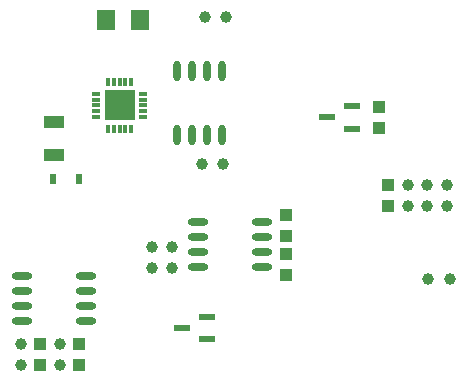
<source format=gbp>
%FSTAX23Y23*%
%MOIN*%
%SFA1B1*%

%IPPOS*%
%ADD13C,0.039370*%
%ADD17R,0.024800X0.032680*%
%ADD18R,0.070870X0.039370*%
%ADD19R,0.059060X0.070870*%
%ADD30R,0.039370X0.039370*%
%ADD50R,0.003940X0.003940*%
%ADD51R,0.055120X0.023620*%
%ADD52O,0.070080X0.023620*%
%ADD53O,0.023620X0.070080*%
%ADD54R,0.098430X0.098430*%
%ADD55R,0.011810X0.028740*%
%ADD56R,0.028740X0.011810*%
%LNstepperpcb-1*%
%LPD*%
G54D13*
X0142Y01025D03*
Y00954D03*
X01485D03*
Y01025D03*
X0026Y00495D03*
Y00424D03*
X00744Y01585D03*
X00815D03*
X00734Y01095D03*
X00805D03*
X00634Y00746D03*
Y00817D03*
X00568D03*
Y00746D03*
X0013Y00424D03*
Y00495D03*
X0156Y0071D03*
X01489D03*
X0155Y00954D03*
Y01025D03*
G54D17*
X00236Y01045D03*
X00323D03*
G54D18*
X0024Y01124D03*
Y01235D03*
G54D19*
X00415Y01575D03*
X00529D03*
G54D30*
X01355Y00954D03*
Y01025D03*
X00325Y00495D03*
Y00424D03*
X00195D03*
Y00495D03*
X01325Y01285D03*
Y01214D03*
X01015Y00795D03*
Y00724D03*
Y00854D03*
Y00925D03*
G54D50*
X00946Y0069D03*
X0088D03*
X00809D03*
G54D51*
X01152Y0125D03*
X01235Y01287D03*
Y01212D03*
X0075Y00585D03*
Y0051D03*
X00667Y00547D03*
G54D52*
X00346Y0072D03*
Y0062D03*
Y0067D03*
Y0057D03*
X00133Y0067D03*
Y0072D03*
Y0062D03*
Y0057D03*
X0072Y00901D03*
Y00851D03*
Y00801D03*
Y00751D03*
X00933Y00901D03*
Y00801D03*
Y00851D03*
Y00751D03*
G54D53*
X008Y01405D03*
X007D03*
X0075D03*
X0065D03*
X008Y01192D03*
X0075D03*
X007D03*
X0065D03*
G54D54*
X0046Y0129D03*
G54D55*
X0042Y01212D03*
X0044D03*
X0046D03*
X00479D03*
X00499D03*
Y01367D03*
X00479D03*
X0046D03*
X0044D03*
X0042D03*
G54D56*
X00537Y0125D03*
Y0127D03*
Y0129D03*
Y01309D03*
Y01329D03*
X00382D03*
Y01309D03*
Y0129D03*
Y0127D03*
Y0125D03*
M02*
</source>
